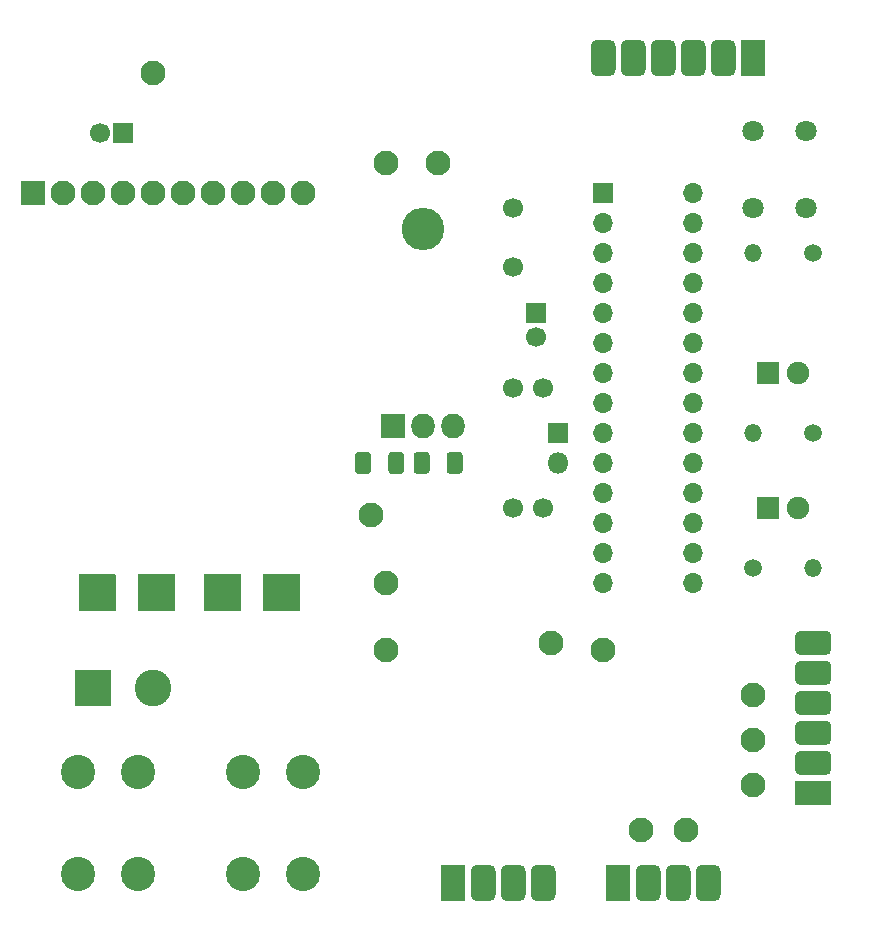
<source format=gbr>
%TF.GenerationSoftware,KiCad,Pcbnew,(5.1.6)-1*%
%TF.CreationDate,2020-09-25T14:13:56-07:00*%
%TF.ProjectId,Main Board,4d61696e-2042-46f6-9172-642e6b696361,rev?*%
%TF.SameCoordinates,Original*%
%TF.FileFunction,Soldermask,Top*%
%TF.FilePolarity,Negative*%
%FSLAX46Y46*%
G04 Gerber Fmt 4.6, Leading zero omitted, Abs format (unit mm)*
G04 Created by KiCad (PCBNEW (5.1.6)-1) date 2020-09-25 14:13:56*
%MOMM*%
%LPD*%
G01*
G04 APERTURE LIST*
%ADD10C,1.700000*%
%ADD11R,1.700000X1.700000*%
%ADD12C,1.900000*%
%ADD13R,1.900000X1.900000*%
%ADD14R,3.100000X3.100000*%
%ADD15C,3.100000*%
%ADD16C,2.900000*%
%ADD17R,2.100000X3.100000*%
%ADD18R,3.100000X2.100000*%
%ADD19C,0.100000*%
%ADD20R,2.100000X2.100000*%
%ADD21C,2.100000*%
%ADD22C,1.500000*%
%ADD23O,1.500000X1.500000*%
%ADD24C,1.800000*%
%ADD25O,3.600000X3.600000*%
%ADD26R,2.005000X2.100000*%
%ADD27O,2.005000X2.100000*%
%ADD28O,1.700000X1.700000*%
%ADD29R,1.800000X1.800000*%
%ADD30O,1.800000X1.800000*%
G04 APERTURE END LIST*
%TO.C,C1*%
G36*
G01*
X89755000Y-104795000D02*
X89755000Y-103485000D01*
G75*
G02*
X90025000Y-103215000I270000J0D01*
G01*
X90835000Y-103215000D01*
G75*
G02*
X91105000Y-103485000I0J-270000D01*
G01*
X91105000Y-104795000D01*
G75*
G02*
X90835000Y-105065000I-270000J0D01*
G01*
X90025000Y-105065000D01*
G75*
G02*
X89755000Y-104795000I0J270000D01*
G01*
G37*
G36*
G01*
X86955000Y-104795000D02*
X86955000Y-103485000D01*
G75*
G02*
X87225000Y-103215000I270000J0D01*
G01*
X88035000Y-103215000D01*
G75*
G02*
X88305000Y-103485000I0J-270000D01*
G01*
X88305000Y-104795000D01*
G75*
G02*
X88035000Y-105065000I-270000J0D01*
G01*
X87225000Y-105065000D01*
G75*
G02*
X86955000Y-104795000I0J270000D01*
G01*
G37*
%TD*%
%TO.C,C2*%
G36*
G01*
X96055000Y-103485000D02*
X96055000Y-104795000D01*
G75*
G02*
X95785000Y-105065000I-270000J0D01*
G01*
X94975000Y-105065000D01*
G75*
G02*
X94705000Y-104795000I0J270000D01*
G01*
X94705000Y-103485000D01*
G75*
G02*
X94975000Y-103215000I270000J0D01*
G01*
X95785000Y-103215000D01*
G75*
G02*
X96055000Y-103485000I0J-270000D01*
G01*
G37*
G36*
G01*
X93255000Y-103485000D02*
X93255000Y-104795000D01*
G75*
G02*
X92985000Y-105065000I-270000J0D01*
G01*
X92175000Y-105065000D01*
G75*
G02*
X91905000Y-104795000I0J270000D01*
G01*
X91905000Y-103485000D01*
G75*
G02*
X92175000Y-103215000I270000J0D01*
G01*
X92985000Y-103215000D01*
G75*
G02*
X93255000Y-103485000I0J-270000D01*
G01*
G37*
%TD*%
D10*
%TO.C,C3*%
X102830000Y-97790000D03*
X100330000Y-97790000D03*
%TD*%
%TO.C,C4*%
X100330000Y-107950000D03*
X102830000Y-107950000D03*
%TD*%
%TO.C,C5*%
X102235000Y-93440000D03*
D11*
X102235000Y-91440000D03*
%TD*%
%TO.C,C6*%
X67310000Y-76200000D03*
D10*
X65310000Y-76200000D03*
%TD*%
D12*
%TO.C,D1*%
X124460000Y-107950000D03*
D13*
X121920000Y-107950000D03*
%TD*%
%TO.C,D2*%
X121920000Y-96520000D03*
D12*
X124460000Y-96520000D03*
%TD*%
D14*
%TO.C,F1*%
X64770000Y-123190000D03*
D15*
X69850000Y-123190000D03*
%TD*%
D10*
%TO.C,F2*%
X100330000Y-82550000D03*
X100330000Y-87550000D03*
%TD*%
D16*
%TO.C,J1*%
X63500000Y-130270000D03*
X68580000Y-130270000D03*
X63500000Y-138970000D03*
X68580000Y-138970000D03*
%TD*%
%TO.C,J2*%
G36*
G01*
X108475000Y-71400000D02*
X107425000Y-71400000D01*
G75*
G02*
X106900000Y-70875000I0J525000D01*
G01*
X106900000Y-68825000D01*
G75*
G02*
X107425000Y-68300000I525000J0D01*
G01*
X108475000Y-68300000D01*
G75*
G02*
X109000000Y-68825000I0J-525000D01*
G01*
X109000000Y-70875000D01*
G75*
G02*
X108475000Y-71400000I-525000J0D01*
G01*
G37*
G36*
G01*
X111015000Y-71400000D02*
X109965000Y-71400000D01*
G75*
G02*
X109440000Y-70875000I0J525000D01*
G01*
X109440000Y-68825000D01*
G75*
G02*
X109965000Y-68300000I525000J0D01*
G01*
X111015000Y-68300000D01*
G75*
G02*
X111540000Y-68825000I0J-525000D01*
G01*
X111540000Y-70875000D01*
G75*
G02*
X111015000Y-71400000I-525000J0D01*
G01*
G37*
G36*
G01*
X113555000Y-71400000D02*
X112505000Y-71400000D01*
G75*
G02*
X111980000Y-70875000I0J525000D01*
G01*
X111980000Y-68825000D01*
G75*
G02*
X112505000Y-68300000I525000J0D01*
G01*
X113555000Y-68300000D01*
G75*
G02*
X114080000Y-68825000I0J-525000D01*
G01*
X114080000Y-70875000D01*
G75*
G02*
X113555000Y-71400000I-525000J0D01*
G01*
G37*
G36*
G01*
X116095000Y-71400000D02*
X115045000Y-71400000D01*
G75*
G02*
X114520000Y-70875000I0J525000D01*
G01*
X114520000Y-68825000D01*
G75*
G02*
X115045000Y-68300000I525000J0D01*
G01*
X116095000Y-68300000D01*
G75*
G02*
X116620000Y-68825000I0J-525000D01*
G01*
X116620000Y-70875000D01*
G75*
G02*
X116095000Y-71400000I-525000J0D01*
G01*
G37*
G36*
G01*
X118635000Y-71400000D02*
X117585000Y-71400000D01*
G75*
G02*
X117060000Y-70875000I0J525000D01*
G01*
X117060000Y-68825000D01*
G75*
G02*
X117585000Y-68300000I525000J0D01*
G01*
X118635000Y-68300000D01*
G75*
G02*
X119160000Y-68825000I0J-525000D01*
G01*
X119160000Y-70875000D01*
G75*
G02*
X118635000Y-71400000I-525000J0D01*
G01*
G37*
D17*
X120650000Y-69850000D03*
%TD*%
%TO.C,J3*%
G36*
G01*
X116315000Y-138150000D02*
X117365000Y-138150000D01*
G75*
G02*
X117890000Y-138675000I0J-525000D01*
G01*
X117890000Y-140725000D01*
G75*
G02*
X117365000Y-141250000I-525000J0D01*
G01*
X116315000Y-141250000D01*
G75*
G02*
X115790000Y-140725000I0J525000D01*
G01*
X115790000Y-138675000D01*
G75*
G02*
X116315000Y-138150000I525000J0D01*
G01*
G37*
G36*
G01*
X113775000Y-138150000D02*
X114825000Y-138150000D01*
G75*
G02*
X115350000Y-138675000I0J-525000D01*
G01*
X115350000Y-140725000D01*
G75*
G02*
X114825000Y-141250000I-525000J0D01*
G01*
X113775000Y-141250000D01*
G75*
G02*
X113250000Y-140725000I0J525000D01*
G01*
X113250000Y-138675000D01*
G75*
G02*
X113775000Y-138150000I525000J0D01*
G01*
G37*
G36*
G01*
X111235000Y-138150000D02*
X112285000Y-138150000D01*
G75*
G02*
X112810000Y-138675000I0J-525000D01*
G01*
X112810000Y-140725000D01*
G75*
G02*
X112285000Y-141250000I-525000J0D01*
G01*
X111235000Y-141250000D01*
G75*
G02*
X110710000Y-140725000I0J525000D01*
G01*
X110710000Y-138675000D01*
G75*
G02*
X111235000Y-138150000I525000J0D01*
G01*
G37*
X109220000Y-139700000D03*
%TD*%
%TO.C,J4*%
X95250000Y-139700000D03*
G36*
G01*
X97265000Y-138150000D02*
X98315000Y-138150000D01*
G75*
G02*
X98840000Y-138675000I0J-525000D01*
G01*
X98840000Y-140725000D01*
G75*
G02*
X98315000Y-141250000I-525000J0D01*
G01*
X97265000Y-141250000D01*
G75*
G02*
X96740000Y-140725000I0J525000D01*
G01*
X96740000Y-138675000D01*
G75*
G02*
X97265000Y-138150000I525000J0D01*
G01*
G37*
G36*
G01*
X99805000Y-138150000D02*
X100855000Y-138150000D01*
G75*
G02*
X101380000Y-138675000I0J-525000D01*
G01*
X101380000Y-140725000D01*
G75*
G02*
X100855000Y-141250000I-525000J0D01*
G01*
X99805000Y-141250000D01*
G75*
G02*
X99280000Y-140725000I0J525000D01*
G01*
X99280000Y-138675000D01*
G75*
G02*
X99805000Y-138150000I525000J0D01*
G01*
G37*
G36*
G01*
X102345000Y-138150000D02*
X103395000Y-138150000D01*
G75*
G02*
X103920000Y-138675000I0J-525000D01*
G01*
X103920000Y-140725000D01*
G75*
G02*
X103395000Y-141250000I-525000J0D01*
G01*
X102345000Y-141250000D01*
G75*
G02*
X101820000Y-140725000I0J525000D01*
G01*
X101820000Y-138675000D01*
G75*
G02*
X102345000Y-138150000I525000J0D01*
G01*
G37*
%TD*%
D18*
%TO.C,J6*%
X125730000Y-132080000D03*
G36*
G01*
X124180000Y-130065000D02*
X124180000Y-129015000D01*
G75*
G02*
X124705000Y-128490000I525000J0D01*
G01*
X126755000Y-128490000D01*
G75*
G02*
X127280000Y-129015000I0J-525000D01*
G01*
X127280000Y-130065000D01*
G75*
G02*
X126755000Y-130590000I-525000J0D01*
G01*
X124705000Y-130590000D01*
G75*
G02*
X124180000Y-130065000I0J525000D01*
G01*
G37*
G36*
G01*
X124180000Y-127525000D02*
X124180000Y-126475000D01*
G75*
G02*
X124705000Y-125950000I525000J0D01*
G01*
X126755000Y-125950000D01*
G75*
G02*
X127280000Y-126475000I0J-525000D01*
G01*
X127280000Y-127525000D01*
G75*
G02*
X126755000Y-128050000I-525000J0D01*
G01*
X124705000Y-128050000D01*
G75*
G02*
X124180000Y-127525000I0J525000D01*
G01*
G37*
G36*
G01*
X124180000Y-124985000D02*
X124180000Y-123935000D01*
G75*
G02*
X124705000Y-123410000I525000J0D01*
G01*
X126755000Y-123410000D01*
G75*
G02*
X127280000Y-123935000I0J-525000D01*
G01*
X127280000Y-124985000D01*
G75*
G02*
X126755000Y-125510000I-525000J0D01*
G01*
X124705000Y-125510000D01*
G75*
G02*
X124180000Y-124985000I0J525000D01*
G01*
G37*
G36*
G01*
X124180000Y-122445000D02*
X124180000Y-121395000D01*
G75*
G02*
X124705000Y-120870000I525000J0D01*
G01*
X126755000Y-120870000D01*
G75*
G02*
X127280000Y-121395000I0J-525000D01*
G01*
X127280000Y-122445000D01*
G75*
G02*
X126755000Y-122970000I-525000J0D01*
G01*
X124705000Y-122970000D01*
G75*
G02*
X124180000Y-122445000I0J525000D01*
G01*
G37*
G36*
G01*
X124180000Y-119905000D02*
X124180000Y-118855000D01*
G75*
G02*
X124705000Y-118330000I525000J0D01*
G01*
X126755000Y-118330000D01*
G75*
G02*
X127280000Y-118855000I0J-525000D01*
G01*
X127280000Y-119905000D01*
G75*
G02*
X126755000Y-120430000I-525000J0D01*
G01*
X124705000Y-120430000D01*
G75*
G02*
X124180000Y-119905000I0J525000D01*
G01*
G37*
%TD*%
D19*
%TO.C,J7*%
G36*
X66669039Y-116619755D02*
G01*
X66666194Y-116629134D01*
X66661573Y-116637779D01*
X66655355Y-116645355D01*
X66647779Y-116651573D01*
X66639134Y-116656194D01*
X66629755Y-116659039D01*
X66620000Y-116660000D01*
X63620000Y-116660000D01*
X63610245Y-116659039D01*
X63600866Y-116656194D01*
X63592221Y-116651573D01*
X63584645Y-116645355D01*
X63578427Y-116637779D01*
X63573806Y-116629134D01*
X63570961Y-116619755D01*
X63570000Y-116610000D01*
X63570000Y-113610000D01*
X63570961Y-113600245D01*
X63573806Y-113590866D01*
X63578427Y-113582221D01*
X63584645Y-113574645D01*
X63592221Y-113568427D01*
X63600866Y-113563806D01*
X63610245Y-113560961D01*
X63620000Y-113560000D01*
X66620000Y-113560000D01*
X66629755Y-113560961D01*
X66639134Y-113563806D01*
X66647779Y-113568427D01*
X66655355Y-113574645D01*
X66661573Y-113582221D01*
X66666194Y-113590866D01*
X66669039Y-113600245D01*
X66670000Y-113610000D01*
X66670000Y-116610000D01*
X66669039Y-116619755D01*
G37*
G36*
X71669039Y-116619755D02*
G01*
X71666194Y-116629134D01*
X71661573Y-116637779D01*
X71655355Y-116645355D01*
X71647779Y-116651573D01*
X71639134Y-116656194D01*
X71629755Y-116659039D01*
X71620000Y-116660000D01*
X68620000Y-116660000D01*
X68610245Y-116659039D01*
X68600866Y-116656194D01*
X68592221Y-116651573D01*
X68584645Y-116645355D01*
X68578427Y-116637779D01*
X68573806Y-116629134D01*
X68570961Y-116619755D01*
X68570000Y-116610000D01*
X68570000Y-113610000D01*
X68570961Y-113600245D01*
X68573806Y-113590866D01*
X68578427Y-113582221D01*
X68584645Y-113574645D01*
X68592221Y-113568427D01*
X68600866Y-113563806D01*
X68610245Y-113560961D01*
X68620000Y-113560000D01*
X71620000Y-113560000D01*
X71629755Y-113560961D01*
X71639134Y-113563806D01*
X71647779Y-113568427D01*
X71655355Y-113574645D01*
X71661573Y-113582221D01*
X71666194Y-113590866D01*
X71669039Y-113600245D01*
X71670000Y-113610000D01*
X71670000Y-116610000D01*
X71669039Y-116619755D01*
G37*
G36*
X77269039Y-116619755D02*
G01*
X77266194Y-116629134D01*
X77261573Y-116637779D01*
X77255355Y-116645355D01*
X77247779Y-116651573D01*
X77239134Y-116656194D01*
X77229755Y-116659039D01*
X77220000Y-116660000D01*
X74220000Y-116660000D01*
X74210245Y-116659039D01*
X74200866Y-116656194D01*
X74192221Y-116651573D01*
X74184645Y-116645355D01*
X74178427Y-116637779D01*
X74173806Y-116629134D01*
X74170961Y-116619755D01*
X74170000Y-116610000D01*
X74170000Y-113610000D01*
X74170961Y-113600245D01*
X74173806Y-113590866D01*
X74178427Y-113582221D01*
X74184645Y-113574645D01*
X74192221Y-113568427D01*
X74200866Y-113563806D01*
X74210245Y-113560961D01*
X74220000Y-113560000D01*
X77220000Y-113560000D01*
X77229755Y-113560961D01*
X77239134Y-113563806D01*
X77247779Y-113568427D01*
X77255355Y-113574645D01*
X77261573Y-113582221D01*
X77266194Y-113590866D01*
X77269039Y-113600245D01*
X77270000Y-113610000D01*
X77270000Y-116610000D01*
X77269039Y-116619755D01*
G37*
G36*
X82269039Y-116619755D02*
G01*
X82266194Y-116629134D01*
X82261573Y-116637779D01*
X82255355Y-116645355D01*
X82247779Y-116651573D01*
X82239134Y-116656194D01*
X82229755Y-116659039D01*
X82220000Y-116660000D01*
X79220000Y-116660000D01*
X79210245Y-116659039D01*
X79200866Y-116656194D01*
X79192221Y-116651573D01*
X79184645Y-116645355D01*
X79178427Y-116637779D01*
X79173806Y-116629134D01*
X79170961Y-116619755D01*
X79170000Y-116610000D01*
X79170000Y-113610000D01*
X79170961Y-113600245D01*
X79173806Y-113590866D01*
X79178427Y-113582221D01*
X79184645Y-113574645D01*
X79192221Y-113568427D01*
X79200866Y-113563806D01*
X79210245Y-113560961D01*
X79220000Y-113560000D01*
X82220000Y-113560000D01*
X82229755Y-113560961D01*
X82239134Y-113563806D01*
X82247779Y-113568427D01*
X82255355Y-113574645D01*
X82261573Y-113582221D01*
X82266194Y-113590866D01*
X82269039Y-113600245D01*
X82270000Y-113610000D01*
X82270000Y-116610000D01*
X82269039Y-116619755D01*
G37*
D20*
X59690000Y-81280000D03*
D21*
X62230000Y-81280000D03*
X64770000Y-81280000D03*
X67310000Y-81280000D03*
X69850000Y-81280000D03*
X72390000Y-81280000D03*
X74930000Y-81280000D03*
X77470000Y-81280000D03*
X80010000Y-81280000D03*
X82550000Y-81280000D03*
%TD*%
D16*
%TO.C,J8*%
X82550000Y-138970000D03*
X77470000Y-138970000D03*
X82550000Y-130270000D03*
X77470000Y-130270000D03*
%TD*%
D22*
%TO.C,R1*%
X125730000Y-86360000D03*
D23*
X120650000Y-86360000D03*
%TD*%
%TO.C,R2*%
X125730000Y-113030000D03*
D22*
X120650000Y-113030000D03*
%TD*%
%TO.C,R3*%
X125730000Y-101600000D03*
D23*
X120650000Y-101600000D03*
%TD*%
D24*
%TO.C,SW1*%
X125150000Y-76050000D03*
X125150000Y-82550000D03*
X120650000Y-76050000D03*
X120650000Y-82550000D03*
%TD*%
D21*
%TO.C,TP1*%
X103505000Y-119380000D03*
%TD*%
%TO.C,TP2*%
X107950000Y-120015000D03*
%TD*%
%TO.C,TP3*%
X111125000Y-135255000D03*
%TD*%
%TO.C,TP4*%
X114935000Y-135255000D03*
%TD*%
%TO.C,TP5*%
X89535000Y-78740000D03*
%TD*%
%TO.C,TP6*%
X120650000Y-131445000D03*
%TD*%
%TO.C,TP7*%
X120650000Y-127635000D03*
%TD*%
%TO.C,TP8*%
X120650000Y-123825000D03*
%TD*%
%TO.C,TP9*%
X69850000Y-71120000D03*
%TD*%
%TO.C,TP10*%
X93980000Y-78740000D03*
%TD*%
%TO.C,TP11*%
X88265000Y-108585000D03*
%TD*%
%TO.C,TP12*%
X89535000Y-120015000D03*
%TD*%
%TO.C,TP13*%
X89535000Y-114300000D03*
%TD*%
D25*
%TO.C,U1*%
X92710000Y-84355001D03*
D26*
X90170000Y-101015001D03*
D27*
X92710000Y-101015001D03*
X95250000Y-101015001D03*
%TD*%
D11*
%TO.C,U2*%
X107950000Y-81280000D03*
D28*
X115570000Y-114300000D03*
X107950000Y-83820000D03*
X115570000Y-111760000D03*
X107950000Y-86360000D03*
X115570000Y-109220000D03*
X107950000Y-88900000D03*
X115570000Y-106680000D03*
X107950000Y-91440000D03*
X115570000Y-104140000D03*
X107950000Y-93980000D03*
X115570000Y-101600000D03*
X107950000Y-96520000D03*
X115570000Y-99060000D03*
X107950000Y-99060000D03*
X115570000Y-96520000D03*
X107950000Y-101600000D03*
X115570000Y-93980000D03*
X107950000Y-104140000D03*
X115570000Y-91440000D03*
X107950000Y-106680000D03*
X115570000Y-88900000D03*
X107950000Y-109220000D03*
X115570000Y-86360000D03*
X107950000Y-111760000D03*
X115570000Y-83820000D03*
X107950000Y-114300000D03*
X115570000Y-81280000D03*
%TD*%
D29*
%TO.C,Y1*%
X104140000Y-101600000D03*
D30*
X104140000Y-104140000D03*
%TD*%
M02*

</source>
